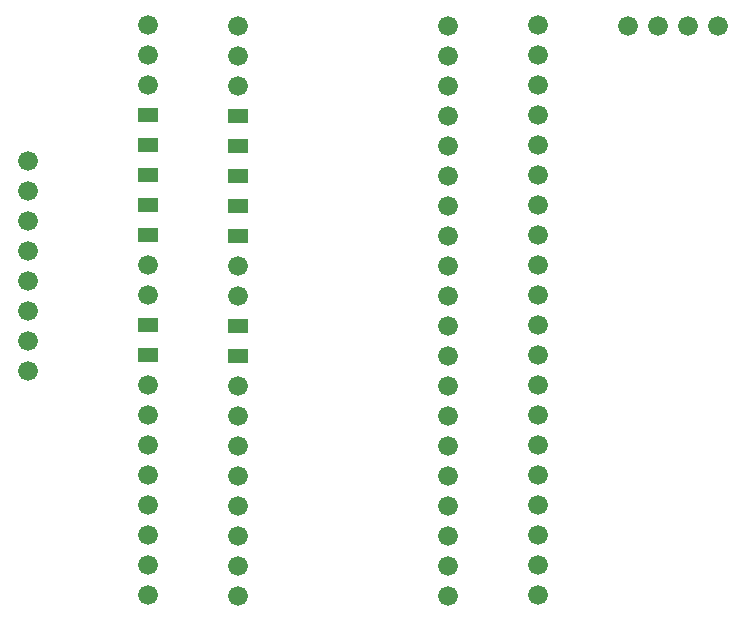
<source format=gbr>
G04 DesignSpark PCB Gerber Version 11.0 Build 5877*
%FSLAX35Y35*%
%MOIN*%
%ADD19C,0.06600*%
%ADD70R,0.06600X0.04600*%
X0Y0D02*
D02*
D19*
X35250Y105250D03*
Y115250D03*
Y125250D03*
Y135250D03*
Y145250D03*
Y155250D03*
Y165250D03*
Y175250D03*
X75250Y30750D03*
Y40750D03*
Y50750D03*
Y60750D03*
Y70750D03*
Y80750D03*
Y90750D03*
Y100750D03*
Y130750D03*
Y140750D03*
Y200750D03*
Y210750D03*
Y220750D03*
X105250Y30250D03*
Y40250D03*
Y50250D03*
Y60250D03*
Y70250D03*
Y80250D03*
Y90250D03*
Y100250D03*
Y130250D03*
Y140250D03*
Y200250D03*
Y210250D03*
Y220250D03*
X175250Y30250D03*
Y40250D03*
Y50250D03*
Y60250D03*
Y70250D03*
Y80250D03*
Y90250D03*
Y100250D03*
Y110250D03*
Y120250D03*
Y130250D03*
Y140250D03*
Y150250D03*
Y160250D03*
Y170250D03*
Y180250D03*
Y190250D03*
Y200250D03*
Y210250D03*
Y220250D03*
X205250Y30750D03*
Y40750D03*
Y50750D03*
Y60750D03*
Y70750D03*
Y80750D03*
Y90750D03*
Y100750D03*
Y110750D03*
Y120750D03*
Y130750D03*
Y140750D03*
Y150750D03*
Y160750D03*
Y170750D03*
Y180750D03*
Y190750D03*
Y200750D03*
Y210750D03*
Y220750D03*
X235250Y220250D03*
X245250D03*
X255250D03*
X265250D03*
D02*
D70*
X75250Y110750D03*
Y120750D03*
Y150750D03*
Y160750D03*
Y170750D03*
Y180750D03*
Y190750D03*
X105250Y110250D03*
Y120250D03*
Y150250D03*
Y160250D03*
Y170250D03*
Y180250D03*
Y190250D03*
X0Y0D02*
M02*

</source>
